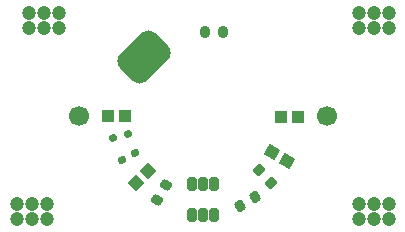
<source format=gts>
G04*
G04 #@! TF.GenerationSoftware,Altium Limited,Altium Designer,20.1.8 (145)*
G04*
G04 Layer_Color=8388736*
%FSTAX43Y43*%
%MOMM*%
G71*
G04*
G04 #@! TF.SameCoordinates,E683AD83-98AB-4380-AA0D-37E4A2E561CE*
G04*
G04*
G04 #@! TF.FilePolarity,Negative*
G04*
G01*
G75*
G04:AMPARAMS|DCode=14|XSize=0.8mm|YSize=1.2mm|CornerRadius=0.25mm|HoleSize=0mm|Usage=FLASHONLY|Rotation=0.000|XOffset=0mm|YOffset=0mm|HoleType=Round|Shape=RoundedRectangle|*
%AMROUNDEDRECTD14*
21,1,0.800,0.700,0,0,0.0*
21,1,0.300,1.200,0,0,0.0*
1,1,0.500,0.150,-0.350*
1,1,0.500,-0.150,-0.350*
1,1,0.500,-0.150,0.350*
1,1,0.500,0.150,0.350*
%
%ADD14ROUNDEDRECTD14*%
G04:AMPARAMS|DCode=15|XSize=0.6mm|YSize=0.68mm|CornerRadius=0.2mm|HoleSize=0mm|Usage=FLASHONLY|Rotation=105.000|XOffset=0mm|YOffset=0mm|HoleType=Round|Shape=RoundedRectangle|*
%AMROUNDEDRECTD15*
21,1,0.600,0.280,0,0,105.0*
21,1,0.200,0.680,0,0,105.0*
1,1,0.400,0.109,0.133*
1,1,0.400,0.161,-0.060*
1,1,0.400,-0.109,-0.133*
1,1,0.400,-0.161,0.060*
%
%ADD15ROUNDEDRECTD15*%
G04:AMPARAMS|DCode=16|XSize=0.6mm|YSize=0.68mm|CornerRadius=0.2mm|HoleSize=0mm|Usage=FLASHONLY|Rotation=300.000|XOffset=0mm|YOffset=0mm|HoleType=Round|Shape=RoundedRectangle|*
%AMROUNDEDRECTD16*
21,1,0.600,0.280,0,0,300.0*
21,1,0.200,0.680,0,0,300.0*
1,1,0.400,-0.071,-0.157*
1,1,0.400,-0.171,0.017*
1,1,0.400,0.071,0.157*
1,1,0.400,0.171,-0.017*
%
%ADD16ROUNDEDRECTD16*%
%ADD17R,1.050X1.000*%
G04:AMPARAMS|DCode=18|XSize=1mm|YSize=1.05mm|CornerRadius=0mm|HoleSize=0mm|Usage=FLASHONLY|Rotation=60.000|XOffset=0mm|YOffset=0mm|HoleType=Round|Shape=Rectangle|*
%AMROTATEDRECTD18*
4,1,4,0.205,-0.696,-0.705,-0.171,-0.205,0.696,0.705,0.171,0.205,-0.696,0.0*
%
%ADD18ROTATEDRECTD18*%

G04:AMPARAMS|DCode=19|XSize=1mm|YSize=1.05mm|CornerRadius=0mm|HoleSize=0mm|Usage=FLASHONLY|Rotation=135.000|XOffset=0mm|YOffset=0mm|HoleType=Round|Shape=Rectangle|*
%AMROTATEDRECTD19*
4,1,4,0.725,0.018,-0.018,-0.725,-0.725,-0.018,0.018,0.725,0.725,0.018,0.0*
%
%ADD19ROTATEDRECTD19*%

G04:AMPARAMS|DCode=20|XSize=0.95mm|YSize=0.8mm|CornerRadius=0.25mm|HoleSize=0mm|Usage=FLASHONLY|Rotation=120.000|XOffset=0mm|YOffset=0mm|HoleType=Round|Shape=RoundedRectangle|*
%AMROUNDEDRECTD20*
21,1,0.950,0.300,0,0,120.0*
21,1,0.450,0.800,0,0,120.0*
1,1,0.500,0.017,0.270*
1,1,0.500,0.242,-0.120*
1,1,0.500,-0.017,-0.270*
1,1,0.500,-0.242,0.120*
%
%ADD20ROUNDEDRECTD20*%
G04:AMPARAMS|DCode=21|XSize=0.95mm|YSize=0.8mm|CornerRadius=0.25mm|HoleSize=0mm|Usage=FLASHONLY|Rotation=150.000|XOffset=0mm|YOffset=0mm|HoleType=Round|Shape=RoundedRectangle|*
%AMROUNDEDRECTD21*
21,1,0.950,0.300,0,0,150.0*
21,1,0.450,0.800,0,0,150.0*
1,1,0.500,-0.120,0.242*
1,1,0.500,0.270,0.017*
1,1,0.500,0.120,-0.242*
1,1,0.500,-0.270,-0.017*
%
%ADD21ROUNDEDRECTD21*%
G04:AMPARAMS|DCode=22|XSize=0.95mm|YSize=0.8mm|CornerRadius=0.25mm|HoleSize=0mm|Usage=FLASHONLY|Rotation=45.000|XOffset=0mm|YOffset=0mm|HoleType=Round|Shape=RoundedRectangle|*
%AMROUNDEDRECTD22*
21,1,0.950,0.300,0,0,45.0*
21,1,0.450,0.800,0,0,45.0*
1,1,0.500,0.265,0.053*
1,1,0.500,-0.053,-0.265*
1,1,0.500,-0.265,-0.053*
1,1,0.500,0.053,0.265*
%
%ADD22ROUNDEDRECTD22*%
G04:AMPARAMS|DCode=23|XSize=0.95mm|YSize=0.8mm|CornerRadius=0.25mm|HoleSize=0mm|Usage=FLASHONLY|Rotation=90.000|XOffset=0mm|YOffset=0mm|HoleType=Round|Shape=RoundedRectangle|*
%AMROUNDEDRECTD23*
21,1,0.950,0.300,0,0,90.0*
21,1,0.450,0.800,0,0,90.0*
1,1,0.500,0.150,0.225*
1,1,0.500,0.150,-0.225*
1,1,0.500,-0.150,-0.225*
1,1,0.500,-0.150,0.225*
%
%ADD23ROUNDEDRECTD23*%
G04:AMPARAMS|DCode=24|XSize=4.2mm|YSize=3.2mm|CornerRadius=0.85mm|HoleSize=0mm|Usage=FLASHONLY|Rotation=45.000|XOffset=0mm|YOffset=0mm|HoleType=Round|Shape=RoundedRectangle|*
%AMROUNDEDRECTD24*
21,1,4.200,1.500,0,0,45.0*
21,1,2.500,3.200,0,0,45.0*
1,1,1.700,1.414,0.354*
1,1,1.700,-0.354,-1.414*
1,1,1.700,-1.414,-0.354*
1,1,1.700,0.354,1.414*
%
%ADD24ROUNDEDRECTD24*%
%ADD25C,1.200*%
%ADD26C,1.700*%
D14*
X0106399Y0091804D02*
D03*
X0105449D02*
D03*
X0104499D02*
D03*
X0104499Y0089204D02*
D03*
X0105449Y0089204D02*
D03*
X0106399D02*
D03*
D15*
X0099087Y0096D02*
D03*
X0097811Y0095658D02*
D03*
D16*
X0098602Y0093799D02*
D03*
X0099746Y0094459D02*
D03*
D17*
X0113499Y0097454D02*
D03*
X0112049D02*
D03*
X0097424Y0097554D02*
D03*
X0098874D02*
D03*
D18*
X0111296Y0094492D02*
D03*
X0112552Y0093767D02*
D03*
D19*
X0099761Y0091891D02*
D03*
X0100787Y0092917D02*
D03*
D20*
X0108599Y0089954D02*
D03*
X0109899Y0090704D02*
D03*
D21*
X0101574Y0090454D02*
D03*
X0102324Y0091754D02*
D03*
D22*
X0110194Y0092984D02*
D03*
X0111254Y0091924D02*
D03*
D23*
X0105624Y0104629D02*
D03*
X0107124D02*
D03*
D24*
X0100449Y0102529D02*
D03*
D25*
X0089703Y0088804D02*
D03*
Y0090074D02*
D03*
X0090973Y0088804D02*
D03*
Y0090074D02*
D03*
X0092243Y0088804D02*
D03*
Y0090074D02*
D03*
X0093243Y0106304D02*
D03*
Y0105034D02*
D03*
X0091973Y0106304D02*
D03*
Y0105034D02*
D03*
X0090703Y0106304D02*
D03*
Y0105034D02*
D03*
X0118655Y0088804D02*
D03*
Y0090074D02*
D03*
X0119925Y0088804D02*
D03*
Y0090074D02*
D03*
X0121195Y0088804D02*
D03*
Y0090074D02*
D03*
Y0106304D02*
D03*
Y0105034D02*
D03*
X0119925Y0106304D02*
D03*
Y0105034D02*
D03*
X0118655Y0106304D02*
D03*
Y0105034D02*
D03*
D26*
X0115949Y0097554D02*
D03*
X0094949D02*
D03*
M02*

</source>
